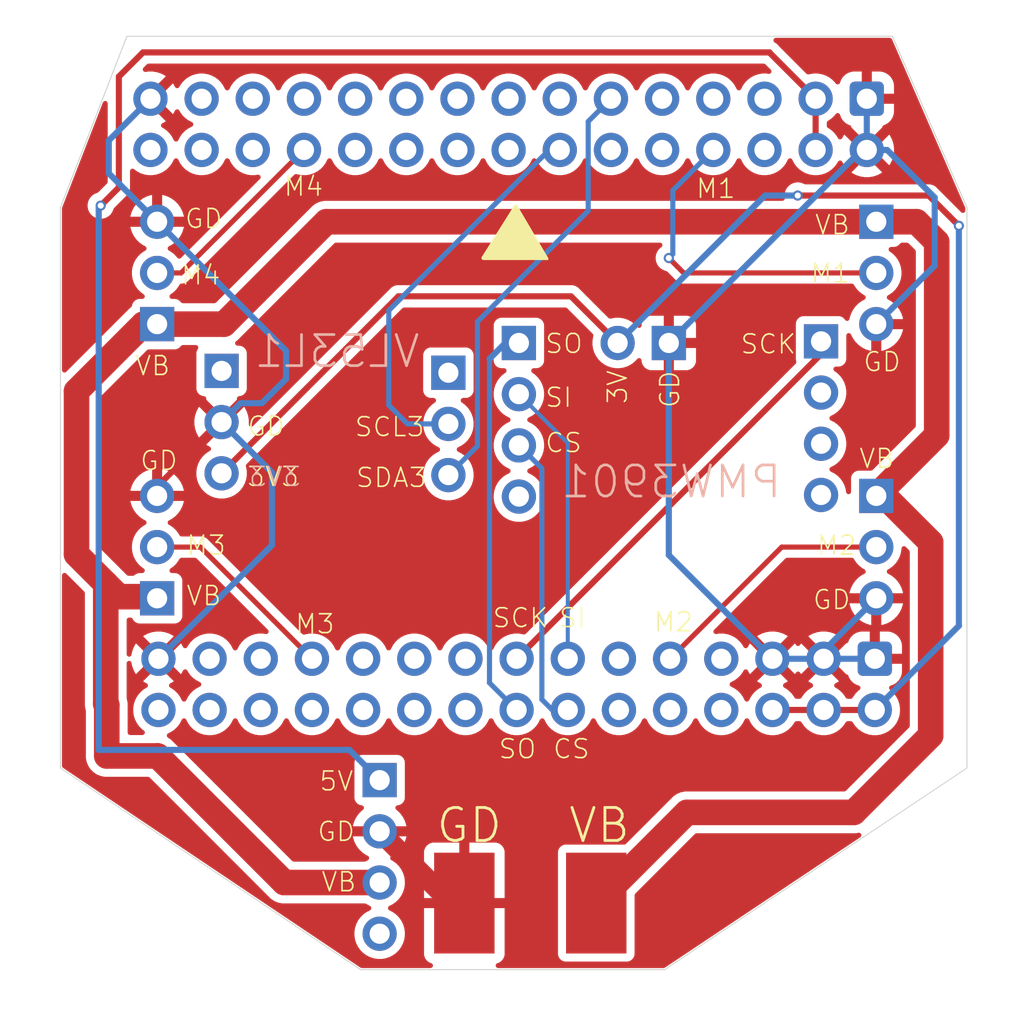
<source format=kicad_pcb>
(kicad_pcb (version 20241229) (generator "pcbnew") (generator_version "9.0")
  (layers (0 "F.Cu" signal) (2 "B.Cu" signal) (13 "F.Paste" user) (15 "B.Paste" user) (5 "F.SilkS" user "F.Silkscreen") (7 "B.SilkS" user "B.Silkscreen") (1 "F.Mask" user) (3 "B.Mask" user) (25 "Edge.Cuts" user))
  (net 0 "")
  (net 1 "/VBAT")
  (net 2 "/GND")
  (net 3 "/M1")
  (net 4 "/M2")
  (net 5 "/M4")
  (net 6 "/M3")
  (net 7 "/3V3")
  (net 8 "/5V")
  (net 9 "/SCK")
  (net 10 "/MISO")
  (net 11 "/MOSI")
  (net 12 "/CS")
  (net 27 "/SDA3")
  (net 28 "/SCL3")
  (footprint "Connector_Wire:SolderWirePad_1x01_SMD_5x10mm" (layer "F.Cu") (at 160.6 108)
    (property "Reference" "VB_PAD1" (hide yes))
    (property "Value" "Conn_01x01")
    (pad "1" smd rect (at 0 5.7) (size 3 5) (layers "F.Cu" "F.Mask" "F.Paste") (net 1 "/VBAT"))
  )
  (footprint "Connector_PinHeader_2.54mm:PinHeader_1x03_P2.54mm_Vertical" (layer "F.Cu") (at 170.094208 95.970955 -45)
    (property "Reference" "VL53L1_L3" (hide yes))
    (property "Value" "Conn_01x03_Female" (hide yes))
    (pad "1" thru_hole rect (at 1.368136 -4.862594) (size 1.7 1.7) (drill 1) (layers "*.Cu" "*.Mask") (net 1 "/VBAT"))
    (pad "2" thru_hole circle (at 3.164188 -3.066543 315) (size 1.7 1.7) (drill 1) (layers "*.Cu" "*.Mask") (net 4 "/M2"))
    (pad "3" thru_hole circle (at 4.960239 -1.270492 315) (size 1.7 1.7) (drill 1) (layers "*.Cu" "*.Mask") (net 2 "/GND"))
  )
  (footprint "Connector_PinSocket_2.54mm:PinSocket_1x04_P2.54mm_Vertical" (layer "F.Cu") (at 156.759059 85.914033)
    (property "Reference" "PMW3901_R1" (hide yes))
    (property "Value" "Conn_01x04_Female" (hide yes))
    (pad "1" thru_hole rect (at 0 0) (size 1.7 1.7) (drill 1) (layers "*.Cu" "*.Mask") (net 10 "/MISO"))
    (pad "2" thru_hole oval (at 0 2.54) (size 1.7 1.7) (drill 1) (layers "*.Cu" "*.Mask") (net 11 "/MOSI"))
    (pad "3" thru_hole oval (at 0 5.08) (size 1.7 1.7) (drill 1) (layers "*.Cu" "*.Mask") (net 12 "/CS"))
    (pad "4" thru_hole oval (at 0 7.62) (size 1.7 1.7) (drill 1) (layers "*.Cu" "*.Mask"))
  )
  (footprint "Connector_PinHeader_2.54mm:PinHeader_1x03_P2.54mm_Vertical" (layer "F.Cu") (at 138.5 84.8 -45)
    (property "Reference" "VL53L1_L4" (hide yes))
    (property "Value" "Conn_01x03_Female" (hide yes))
    (pad "1" thru_hole rect (at 0.339411 -0.084853 270) (size 1.7 1.7) (drill 1) (layers "*.Cu" "*.Mask") (net 1 "/VBAT"))
    (pad "2" thru_hole circle (at -1.45664 -1.880904 315) (size 1.7 1.7) (drill 1) (layers "*.Cu" "*.Mask") (net 5 "/M4"))
    (pad "3" thru_hole circle (at -3.252691 -3.676955 315) (size 1.7 1.7) (drill 1) (layers "*.Cu" "*.Mask") (net 2 "/GND"))
  )
  (footprint "Connector_PinHeader_2.54mm:PinHeader_1x03_P2.54mm_Vertical" (layer "F.Cu") (at 142 87.3)
    (property "Reference" "VL53L1_R2" (hide yes))
    (property "Value" "Conn_01x03_Female" (hide yes))
    (pad "1" thru_hole rect (at 0 0) (size 1.7 1.7) (drill 1) (layers "*.Cu" "*.Mask"))
    (pad "2" thru_hole circle (at 0 2.54) (size 1.7 1.7) (drill 1) (layers "*.Cu" "*.Mask") (net 2 "/GND"))
    (pad "3" thru_hole circle (at 0 5.08) (size 1.7 1.7) (drill 1) (layers "*.Cu" "*.Mask") (net 7 "/3V3"))
  )
  (footprint "Connector_PinHeader_2.54mm:PinHeader_1x03_P2.54mm_Vertical" (layer "F.Cu") (at 142.775639 98.946265 -135)
    (property "Reference" "VL53L1_L5" (hide yes))
    (property "Value" "Conn_01x03_Female" (hide yes))
    (pad "1" thru_hole rect (at 2.552213 3.07019 270) (size 1.7 1.7) (drill 1) (layers "*.Cu" "*.Mask") (net 1 "/VBAT"))
    (pad "2" thru_hole circle (at 0.756162 4.866241 225) (size 1.7 1.7) (drill 1) (layers "*.Cu" "*.Mask") (net 6 "/M3"))
    (pad "3" thru_hole circle (at -1.03989 6.662292 225) (size 1.7 1.7) (drill 1) (layers "*.Cu" "*.Mask") (net 2 "/GND"))
  )
  (footprint "Connector_PinHeader_2.54mm:PinHeader_1x02_P2.54mm_Vertical" (layer "F.Cu") (at 164.201728 86.840932 -90)
    (property "Reference" "PMW3901_PWR1" (hide yes))
    (property "Value" "Conn_01x02_Female" (hide yes))
    (pad "1" thru_hole rect (at -0.926899 0 270) (size 1.7 1.7) (drill 1) (layers "*.Cu" "*.Mask") (net 2 "/GND"))
    (pad "2" thru_hole oval (at -0.926899 2.54 270) (size 1.7 1.7) (drill 1) (layers "*.Cu" "*.Mask") (net 7 "/3V3"))
  )
  (footprint "Connector_Wire:SolderWirePad_1x01_SMD_5x10mm" (layer "F.Cu") (at 154.05 108)
    (property "Reference" "GND_PAD1" (hide yes))
    (property "Value" "Conn_01x01")
    (pad "1" smd rect (at 0 5.7) (size 3 5) (layers "F.Cu" "F.Mask" "F.Paste") (net 2 "/GND"))
  )
  (footprint "Connector_IDC:IDC-Header_2x15_P2.54mm_Vertical" (layer "F.Cu") (at 174.0293 73.798577 -90)
    (property "Reference" "J1" (hide yes))
    (property "Value" "Conn_01x15_MountingPin" (hide yes))
    (pad "1" thru_hole roundrect (at 0 0 270) (size 1.7 1.7) (drill 1) (layers "*.Cu" "*.Mask") (roundrect_rratio 0.147059) (net 2 "/GND"))
    (pad "2" thru_hole circle (at 2.54 0 270) (size 1.7 1.7) (drill 1) (layers "*.Cu" "*.Mask") (net 2 "/GND"))
    (pad "3" thru_hole circle (at 0 2.54 270) (size 1.7 1.7) (drill 1) (layers "*.Cu" "*.Mask") (net 8 "/5V"))
    (pad "4" thru_hole circle (at 2.54 2.54 270) (size 1.7 1.7) (drill 1) (layers "*.Cu" "*.Mask") (net 8 "/5V"))
    (pad "5" thru_hole circle (at 0 5.08 270) (size 1.7 1.7) (drill 1) (layers "*.Cu" "*.Mask"))
    (pad "6" thru_hole circle (at 2.54 5.08 270) (size 1.7 1.7) (drill 1) (layers "*.Cu" "*.Mask"))
    (pad "7" thru_hole circle (at 0 7.62 270) (size 1.7 1.7) (drill 1) (layers "*.Cu" "*.Mask"))
    (pad "8" thru_hole circle (at 2.54 7.62 270) (size 1.7 1.7) (drill 1) (layers "*.Cu" "*.Mask") (net 3 "/M1"))
    (pad "9" thru_hole circle (at 0 10.16 270) (size 1.7 1.7) (drill 1) (layers "*.Cu" "*.Mask"))
    (pad "10" thru_hole circle (at 2.54 10.16 270) (size 1.7 1.7) (drill 1) (layers "*.Cu" "*.Mask"))
    (pad "11" thru_hole circle (at 0 12.7 270) (size 1.7 1.7) (drill 1) (layers "*.Cu" "*.Mask") (net 27 "/SDA3"))
    (pad "12" thru_hole circle (at 2.54 12.7 270) (size 1.7 1.7) (drill 1) (layers "*.Cu" "*.Mask"))
    (pad "13" thru_hole circle (at 0 15.24 270) (size 1.7 1.7) (drill 1) (layers "*.Cu" "*.Mask"))
    (pad "14" thru_hole circle (at 2.54 15.24 270) (size 1.7 1.7) (drill 1) (layers "*.Cu" "*.Mask") (net 28 "/SCL3"))
    (pad "15" thru_hole circle (at 0 17.78 270) (size 1.7 1.7) (drill 1) (layers "*.Cu" "*.Mask"))
    (pad "16" thru_hole circle (at 2.54 17.78 270) (size 1.7 1.7) (drill 1) (layers "*.Cu" "*.Mask"))
    (pad "17" thru_hole circle (at 0 20.32 270) (size 1.7 1.7) (drill 1) (layers "*.Cu" "*.Mask"))
    (pad "18" thru_hole circle (at 2.54 20.32 270) (size 1.7 1.7) (drill 1) (layers "*.Cu" "*.Mask"))
    (pad "19" thru_hole circle (at 0 22.86 270) (size 1.7 1.7) (drill 1) (layers "*.Cu" "*.Mask"))
    (pad "20" thru_hole circle (at 2.54 22.86 270) (size 1.7 1.7) (drill 1) (layers "*.Cu" "*.Mask"))
    (pad "21" thru_hole circle (at 0 25.4 270) (size 1.7 1.7) (drill 1) (layers "*.Cu" "*.Mask"))
    (pad "22" thru_hole circle (at 2.54 25.4 270) (size 1.7 1.7) (drill 1) (layers "*.Cu" "*.Mask"))
    (pad "23" thru_hole circle (at 0 27.94 270) (size 1.7 1.7) (drill 1) (layers "*.Cu" "*.Mask"))
    (pad "24" thru_hole circle (at 2.54 27.94 270) (size 1.7 1.7) (drill 1) (layers "*.Cu" "*.Mask") (net 5 "/M4"))
    (pad "25" thru_hole circle (at 0 30.48 270) (size 1.7 1.7) (drill 1) (layers "*.Cu" "*.Mask"))
    (pad "26" thru_hole circle (at 2.54 30.48 270) (size 1.7 1.7) (drill 1) (layers "*.Cu" "*.Mask"))
    (pad "27" thru_hole circle (at 0 33.02 270) (size 1.7 1.7) (drill 1) (layers "*.Cu" "*.Mask"))
    (pad "28" thru_hole circle (at 2.54 33.02 270) (size 1.7 1.7) (drill 1) (layers "*.Cu" "*.Mask"))
    (pad "29" thru_hole circle (at 0 35.56 270) (size 1.7 1.7) (drill 1) (layers "*.Cu" "*.Mask") (net 2 "/GND"))
    (pad "30" thru_hole circle (at 2.54 35.56 270) (size 1.7 1.7) (drill 1) (layers "*.Cu" "*.Mask"))
  )
  (footprint "Connector_PinHeader_2.54mm:PinHeader_1x03_P2.54mm_Vertical" (layer "F.Cu") (at 168.420628 79.590219 45)
    (property "Reference" "VL53L1_L2" (hide yes))
    (property "Value" "Conn_01x03_Female" (hide yes))
    (pad "1" thru_hole rect (at 4.079717 4.517813) (size 1.7 1.7) (drill 1) (layers "*.Cu" "*.Mask") (net 1 "/VBAT"))
    (pad "2" thru_hole circle (at 2.283666 6.313865 45) (size 1.7 1.7) (drill 1) (layers "*.Cu" "*.Mask") (net 3 "/M1"))
    (pad "3" thru_hole circle (at 0.487614 8.109916 45) (size 1.7 1.7) (drill 1) (layers "*.Cu" "*.Mask") (net 2 "/GND"))
  )
  (footprint "Connector_PinSocket_2.54mm:PinSocket_1x04_P2.54mm_Vertical" (layer "F.Cu") (at 149.84652 107.6)
    (property "Reference" "REG1" (hide yes))
    (property "Value" "Conn_01x04_Female" (hide yes))
    (pad "1" thru_hole rect (at 0 0) (size 1.7 1.7) (drill 1) (layers "*.Cu" "*.Mask") (net 8 "/5V"))
    (pad "2" thru_hole oval (at 0 2.54) (size 1.7 1.7) (drill 1) (layers "*.Cu" "*.Mask") (net 2 "/GND"))
    (pad "3" thru_hole oval (at 0 5.08) (size 1.7 1.7) (drill 1) (layers "*.Cu" "*.Mask") (net 1 "/VBAT"))
    (pad "4" thru_hole oval (at 0 7.62) (size 1.7 1.7) (drill 1) (layers "*.Cu" "*.Mask"))
  )
  (footprint "Connector_IDC:IDC-Header_2x15_P2.54mm_Vertical" (layer "F.Cu") (at 174.426179 101.58 -90)
    (property "Reference" "J2" (hide yes))
    (property "Value" "Conn_01x15_MountingPin" (hide yes))
    (pad "1" thru_hole roundrect (at 0 0 270) (size 1.7 1.7) (drill 1) (layers "*.Cu" "*.Mask") (roundrect_rratio 0.147059) (net 2 "/GND"))
    (pad "2" thru_hole circle (at 2.54 0 270) (size 1.7 1.7) (drill 1) (layers "*.Cu" "*.Mask") (net 7 "/3V3"))
    (pad "3" thru_hole circle (at 0 2.54 270) (size 1.7 1.7) (drill 1) (layers "*.Cu" "*.Mask") (net 2 "/GND"))
    (pad "4" thru_hole circle (at 2.54 2.54 270) (size 1.7 1.7) (drill 1) (layers "*.Cu" "*.Mask") (net 7 "/3V3"))
    (pad "5" thru_hole circle (at 0 5.08 270) (size 1.7 1.7) (drill 1) (layers "*.Cu" "*.Mask") (net 2 "/GND"))
    (pad "6" thru_hole circle (at 2.54 5.08 270) (size 1.7 1.7) (drill 1) (layers "*.Cu" "*.Mask") (net 7 "/3V3"))
    (pad "7" thru_hole circle (at 0 7.62 270) (size 1.7 1.7) (drill 1) (layers "*.Cu" "*.Mask"))
    (pad "8" thru_hole circle (at 2.54 7.62 270) (size 1.7 1.7) (drill 1) (layers "*.Cu" "*.Mask"))
    (pad "9" thru_hole circle (at 0 10.16 270) (size 1.7 1.7) (drill 1) (layers "*.Cu" "*.Mask") (net 4 "/M2"))
    (pad "10" thru_hole circle (at 2.54 10.16 270) (size 1.7 1.7) (drill 1) (layers "*.Cu" "*.Mask"))
    (pad "11" thru_hole circle (at 0 12.7 270) (size 1.7 1.7) (drill 1) (layers "*.Cu" "*.Mask"))
    (pad "12" thru_hole circle (at 2.54 12.7 270) (size 1.7 1.7) (drill 1) (layers "*.Cu" "*.Mask"))
    (pad "13" thru_hole circle (at 0 15.24 270) (size 1.7 1.7) (drill 1) (layers "*.Cu" "*.Mask") (net 11 "/MOSI"))
    (pad "14" thru_hole circle (at 2.54 15.24 270) (size 1.7 1.7) (drill 1) (layers "*.Cu" "*.Mask") (net 12 "/CS"))
    (pad "15" thru_hole circle (at 0 17.78 270) (size 1.7 1.7) (drill 1) (layers "*.Cu" "*.Mask") (net 9 "/SCK"))
    (pad "16" thru_hole circle (at 2.54 17.78 270) (size 1.7 1.7) (drill 1) (layers "*.Cu" "*.Mask") (net 10 "/MISO"))
    (pad "17" thru_hole circle (at 0 20.32 270) (size 1.7 1.7) (drill 1) (layers "*.Cu" "*.Mask"))
    (pad "18" thru_hole circle (at 2.54 20.32 270) (size 1.7 1.7) (drill 1) (layers "*.Cu" "*.Mask"))
    (pad "19" thru_hole circle (at 0 22.86 270) (size 1.7 1.7) (drill 1) (layers "*.Cu" "*.Mask"))
    (pad "20" thru_hole circle (at 2.54 22.86 270) (size 1.7 1.7) (drill 1) (layers "*.Cu" "*.Mask"))
    (pad "21" thru_hole circle (at 0 25.4 270) (size 1.7 1.7) (drill 1) (layers "*.Cu" "*.Mask"))
    (pad "22" thru_hole circle (at 2.54 25.4 270) (size 1.7 1.7) (drill 1) (layers "*.Cu" "*.Mask"))
    (pad "23" thru_hole circle (at 0 27.94 270) (size 1.7 1.7) (drill 1) (layers "*.Cu" "*.Mask") (net 6 "/M3"))
    (pad "24" thru_hole circle (at 2.54 27.94 270) (size 1.7 1.7) (drill 1) (layers "*.Cu" "*.Mask"))
    (pad "25" thru_hole circle (at 0 30.48 270) (size 1.7 1.7) (drill 1) (layers "*.Cu" "*.Mask"))
    (pad "26" thru_hole circle (at 2.54 30.48 270) (size 1.7 1.7) (drill 1) (layers "*.Cu" "*.Mask"))
    (pad "27" thru_hole circle (at 0 33.02 270) (size 1.7 1.7) (drill 1) (layers "*.Cu" "*.Mask"))
    (pad "28" thru_hole circle (at 2.54 33.02 270) (size 1.7 1.7) (drill 1) (layers "*.Cu" "*.Mask"))
    (pad "29" thru_hole circle (at 0 35.56 270) (size 1.7 1.7) (drill 1) (layers "*.Cu" "*.Mask") (net 2 "/GND"))
    (pad "30" thru_hole circle (at 2.54 35.56 270) (size 1.7 1.7) (drill 1) (layers "*.Cu" "*.Mask"))
  )
  (footprint "Connector_PinSocket_2.54mm:PinSocket_1x04_P2.54mm_Vertical" (layer "F.Cu") (at 171.759059 85.834033)
    (property "Reference" "PMW3901_L1" (hide yes))
    (property "Value" "Conn_01x04_Female" (hide yes))
    (pad "1" thru_hole rect (at 0 0) (size 1.7 1.7) (drill 1) (layers "*.Cu" "*.Mask") (net 9 "/SCK"))
    (pad "2" thru_hole oval (at 0 2.54) (size 1.7 1.7) (drill 1) (layers "*.Cu" "*.Mask"))
    (pad "3" thru_hole oval (at 0 5.08) (size 1.7 1.7) (drill 1) (layers "*.Cu" "*.Mask"))
    (pad "4" thru_hole oval (at 0 7.62) (size 1.7 1.7) (drill 1) (layers "*.Cu" "*.Mask"))
  )
  (footprint "Connector_PinHeader_2.54mm:PinHeader_1x03_P2.54mm_Vertical" (layer "F.Cu") (at 153.259059 87.389033)
    (property "Reference" "VL53L1_R1" (hide yes))
    (property "Value" "Conn_01x03_Female" (hide yes))
    (pad "1" thru_hole rect (at 0 0) (size 1.7 1.7) (drill 1) (layers "*.Cu" "*.Mask"))
    (pad "2" thru_hole oval (at 0 2.54) (size 1.7 1.7) (drill 1) (layers "*.Cu" "*.Mask") (net 28 "/SCL3"))
    (pad "3" thru_hole oval (at 0 5.08) (size 1.7 1.7) (drill 1) (layers "*.Cu" "*.Mask") (net 27 "/SDA3"))
  )
  (gr_poly (pts (xy 156.6023 79.157578) (xy 155 81.7) (xy 158.099935 81.7)) (stroke (width 0.2)) (fill yes) (layer "F.SilkS"))
  (gr_line (start 137.3 70.7) (end 175.3 70.7) (stroke (width 0.05)) (layer "Edge.Cuts"))
  (gr_line (start 179 79.2) (end 179 107) (stroke (width 0.05)) (layer "Edge.Cuts"))
  (gr_line (start 175.3 70.7) (end 179 79.2) (stroke (width 0.05)) (layer "Edge.Cuts"))
  (gr_line (start 148.9 117) (end 164 117) (stroke (width 0.05)) (layer "Edge.Cuts"))
  (gr_line (start 137.3 70.7) (end 134 79.2) (stroke (width 0.05)) (layer "Edge.Cuts"))
  (gr_line (start 134 107) (end 148.9 117) (stroke (width 0.05)) (layer "Edge.Cuts"))
  (gr_line (start 179 107) (end 164 117) (stroke (width 0.05)) (layer "Edge.Cuts"))
  (gr_line (start 134 79.2) (end 134 107) (stroke (width 0.05)) (layer "Edge.Cuts"))
  (gr_text "" (at 146.257571 95.709049 0) (layer "F.Cu") (effects (font (size 0.93472 0.93472) (thickness 0.08128)) (justify left bottom)))
  (gr_text "3V" (at 162.2 89 90) (layer "F.SilkS") (effects (font (size 0.93472 0.93472) (thickness 0.08128)) (justify left bottom)))
  (gr_text "M3" (at 145.6 100.4 0) (layer "F.SilkS") (effects (font (size 0.93472 0.93472) (thickness 0.08128)) (justify left bottom)))
  (gr_text "SI" (at 158.009059 89.164033 0) (layer "F.SilkS") (effects (font (size 0.93472 0.93472) (thickness 0.08128)) (justify left bottom)))
  (gr_text "M2" (at 171.5 96.5 0) (layer "F.SilkS") (effects (font (size 0.93472 0.93472) (thickness 0.08128)) (justify left bottom)))
  (gr_text "GD" (at 171.3 99.2 0) (layer "F.SilkS") (effects (font (size 0.93472 0.93472) (thickness 0.08128)) (justify left bottom)))
  (gr_text "CS" (at 158.4 106.6 0) (layer "F.SilkS") (effects (font (size 0.93472 0.93472) (thickness 0.08128)) (justify left bottom)))
  (gr_text "SO" (at 158.009059 86.493652 0) (layer "F.SilkS") (effects (font (size 0.93472 0.93472) (thickness 0.08128)) (justify left bottom)))
  (gr_text "M2" (at 163.4 100.3 0) (layer "F.SilkS") (effects (font (size 0.93472 0.93472) (thickness 0.08128)) (justify left bottom)))
  (gr_text "5V" (at 146.8 108.2 0) (layer "F.SilkS") (effects (font (size 0.93472 0.93472) (thickness 0.08128)) (justify left bottom)))
  (gr_text "VB" (at 171.4 80.6 0) (layer "F.SilkS") (effects (font (size 0.93472 0.93472) (thickness 0.08128)) (justify left bottom)))
  (gr_text "M3" (at 140.2 96.5 0) (layer "F.SilkS") (effects (font (size 0.93472 0.93472) (thickness 0.08128)) (justify left bottom)))
  (gr_text "GD" (at 145.2 89.5 0) (layer "F.SilkS") (effects (font (size 0.93472 0.93472) (thickness 0.08128)) (justify right top)))
  (gr_text "M1" (at 171.186795 83 0) (layer "F.SilkS") (effects (font (size 0.93472 0.93472) (thickness 0.08128)) (justify left bottom)))
  (gr_text "SCK" (at 167.706572 86.517362 0) (layer "F.SilkS") (effects (font (size 0.93472 0.93472) (thickness 0.08128)) (justify left bottom)))
  (gr_text "GD" (at 164.8 89.2 90) (layer "F.SilkS") (effects (font (size 0.93472 0.93472) (thickness 0.08128)) (justify left bottom)))
  (gr_text "SI" (at 158.7 100.1 0) (layer "F.SilkS") (effects (font (size 0.93472 0.93472) (thickness 0.08128)) (justify left bottom)))
  (gr_text "SO" (at 155.7 106.6 0) (layer "F.SilkS") (effects (font (size 0.93472 0.93472) (thickness 0.08128)) (justify left bottom)))
  (gr_text "SDA3" (at 148.614251 93.141148 0) (layer "F.SilkS") (effects (font (size 0.93472 0.93472) (thickness 0.08128)) (justify left bottom)))
  (gr_text "3V3" (at 145.9 92 0) (layer "F.SilkS") (effects (font (size 0.93472 0.93472) (thickness 0.08128)) (justify right top)))
  (gr_text "VB" (at 139.5 86.5 0) (layer "F.SilkS") (effects (font (size 0.93472 0.93472) (thickness 0.08128)) (justify right top)))
  (gr_text "GD" (at 146.7 110.7 0) (layer "F.SilkS") (effects (font (size 0.93472 0.93472) (thickness 0.08128)) (justify left bottom)))
  (gr_text "M4" (at 147.1 77.6 0) (layer "F.SilkS") (effects (font (size 0.93472 0.93472) (thickness 0.08128)) (justify right top)))
  (gr_text "M4" (at 142 82 0) (layer "F.SilkS") (effects (font (size 0.93472 0.93472) (thickness 0.08128)) (justify right top)))
  (gr_text "SCK" (at 155.4 100.1 0) (layer "F.SilkS") (effects (font (size 0.93472 0.93472) (thickness 0.08128)) (justify left bottom)))
  (gr_text "VB" (at 173.6 92.2 0) (layer "F.SilkS") (effects (font (size 0.93472 0.93472) (thickness 0.08128)) (justify left bottom)))
  (gr_text "GD" (at 142.1 79.2 0) (layer "F.SilkS") (effects (font (size 0.93472 0.93472) (thickness 0.08128)) (justify right top)))
  (gr_text "VB" (at 159.143874 110.8 0) (layer "F.SilkS") (effects (font (size 1.63576 1.63576) (thickness 0.14224)) (justify left bottom)))
  (gr_text "GD" (at 152.564692 110.8 0) (layer "F.SilkS") (effects (font (size 1.63576 1.63576) (thickness 0.14224)) (justify left bottom)))
  (gr_text "CS" (at 158.009059 91.414033 0) (layer "F.SilkS") (effects (font (size 0.93472 0.93472) (thickness 0.08128)) (justify left bottom)))
  (gr_text "VB" (at 140.2 99 0) (layer "F.SilkS") (effects (font (size 0.93472 0.93472) (thickness 0.08128)) (justify left bottom)))
  (gr_text "GD" (at 173.8 87.4 0) (layer "F.SilkS") (effects (font (size 0.93472 0.93472) (thickness 0.08128)) (justify left bottom)))
  (gr_text "M1" (at 165.5 78.8 0) (layer "F.SilkS") (effects (font (size 0.93472 0.93472) (thickness 0.08128)) (justify left bottom)))
  (gr_text "GD" (at 137.9 92.3 0) (layer "F.SilkS") (effects (font (size 0.93472 0.93472) (thickness 0.08128)) (justify left bottom)))
  (gr_text "VB" (at 146.9 113.2 0) (layer "F.SilkS") (effects (font (size 0.93472 0.93472) (thickness 0.08128)) (justify left bottom)))
  (gr_text "SCL3\n" (at 148.554325 90.624269 0) (layer "F.SilkS") (effects (font (size 0.93472 0.93472) (thickness 0.08128)) (justify left bottom)))
  (gr_text "3V3" (at 143.3 92 0) (layer "B.SilkS") (effects (font (size 0.93472 0.93472) (thickness 0.08128)) (justify right top mirror)))
  (gr_text "PMW3901" (at 169.883431 93.702414 0) (layer "B.SilkS") (effects (font (size 1.542288 1.542288) (thickness 0.134112)) (justify left bottom mirror)))
  (gr_text "VL53L1" (at 151.930409 87.232769 0) (layer "B.SilkS") (effects (font (size 1.542288 1.542288) (thickness 0.134112)) (justify left bottom mirror)))
  (segment (start 136.25 97.85) (end 136.25 103.820869) (width 1.27) (layer "F.Cu") (net 1))
  (segment (start 136.25 97.85) (end 136.7 98.3) (width 1.27) (layer "F.Cu") (net 1))
  (segment (start 136.3 103.870869) (end 136.3 106.4) (width 1.27) (layer "F.Cu") (net 1))
  (segment (start 136.7 98.3) (end 136.7 98.5) (width 1.27) (layer "F.Cu") (net 1))
  (segment (start 136.3 106.4) (end 138.829131 106.4) (width 1.27) (layer "F.Cu") (net 1))
  (segment (start 147.2 79.9) (end 142.12 84.98) (width 1.27) (layer "F.Cu") (net 1))
  (segment (start 173.386427 109.2) (end 177.2 105.386427) (width 1.27) (layer "F.Cu") (net 1))
  (segment (start 134.8 88.3) (end 134.8 96.4) (width 1.27) (layer "F.Cu") (net 1))
  (segment (start 165.1 109.2) (end 160.6 113.7) (width 1.27) (layer "F.Cu") (net 1))
  (segment (start 177.2 95.8) (end 177.2 105.386427) (width 1.27) (layer "F.Cu") (net 1))
  (segment (start 174.5 79.9) (end 147.2 79.9) (width 1.27) (layer "F.Cu") (net 1))
  (segment (start 176.5 79.9) (end 177.5 80.9) (width 1.27) (layer "F.Cu") (net 1))
  (segment (start 142.12 84.98) (end 138.8 84.98) (width 1.27) (layer "F.Cu") (net 1))
  (segment (start 138.12 84.98) (end 134.8 88.3) (width 1.27) (layer "F.Cu") (net 1))
  (segment (start 177.5 90.499999) (end 174.499999 93.5) (width 1.27) (layer "F.Cu") (net 1))
  (segment (start 138.72 98.5) (end 138.8 98.58) (width 1.27) (layer "F.Cu") (net 1))
  (segment (start 134.8 96.4) (end 136.25 97.85) (width 1.27) (layer "F.Cu") (net 1))
  (segment (start 136.7 98.5) (end 138.72 98.5) (width 1.27) (layer "F.Cu") (net 1))
  (segment (start 174.499999 93.5) (end 174.9 93.5) (width 1.27) (layer "F.Cu") (net 1))
  (segment (start 174.5 79.9) (end 176.5 79.9) (width 1.27) (layer "F.Cu") (net 1))
  (segment (start 138.8 84.98) (end 138.12 84.98) (width 1.27) (layer "F.Cu") (net 1))
  (segment (start 136.25 103.820869) (end 136.3 103.870869) (width 1.27) (layer "F.Cu") (net 1))
  (segment (start 165.1 109.2) (end 173.386427 109.2) (width 1.27) (layer "F.Cu") (net 1))
  (segment (start 145.109131 112.68) (end 149.84652 112.68) (width 1.27) (layer "F.Cu") (net 1))
  (segment (start 174.9 93.5) (end 177.2 95.8) (width 1.27) (layer "F.Cu") (net 1))
  (segment (start 177.5 80.9) (end 177.5 90.499999) (width 1.27) (layer "F.Cu") (net 1))
  (segment (start 138.829131 106.4) (end 145.109131 112.68) (width 1.27) (layer "F.Cu") (net 1))
  (segment (start 142 89.84) (end 138.8 93.04) (width 0.3048) (layer "F.Cu") (net 2))
  (segment (start 138.8 93.04) (end 138.8 93.5) (width 0.3048) (layer "F.Cu") (net 2))
  (segment (start 149.84652 110.14) (end 153.40652 113.7) (width 1) (layer "F.Cu") (net 2))
  (segment (start 153.40652 113.7) (end 154.05 113.7) (width 0.3048) (layer "F.Cu") (net 2))
  (segment (start 177.4 82.08) (end 177.4 78.7) (width 0.3048) (layer "B.Cu") (net 2))
  (segment (start 169.346179 101.58) (end 171.886179 101.58) (width 0.3048) (layer "B.Cu") (net 2))
  (segment (start 136.4 75.867877) (end 136.4 77.5) (width 0.3048) (layer "B.Cu") (net 2))
  (segment (start 171.886179 101.193821) (end 171.886179 101.58) (width 0.3048) (layer "B.Cu") (net 2))
  (segment (start 142.94 88.9) (end 142 89.84) (width 0.3048) (layer "B.Cu") (net 2))
  (segment (start 174.5 98.58) (end 171.886179 101.193821) (width 0.3048) (layer "B.Cu") (net 2))
  (segment (start 145.2 87.7) (end 144 88.9) (width 0.3048) (layer "B.Cu") (net 2))
  (segment (start 177.4 78.7) (end 175.038577 76.338577) (width 0.3048) (layer "B.Cu") (net 2))
  (segment (start 164.201728 96.435549) (end 169.346179 101.58) (width 0.3048) (layer "B.Cu") (net 2))
  (segment (start 174.5 84.98) (end 177.4 82.08) (width 0.3048) (layer "B.Cu") (net 2))
  (segment (start 138.4693 73.798577) (end 136.4 75.867877) (width 0.3048) (layer "B.Cu") (net 2))
  (segment (start 171.886179 101.58) (end 174.426179 101.58) (width 0.3048) (layer "B.Cu") (net 2))
  (segment (start 144 88.9) (end 142.94 88.9) (width 0.3048) (layer "B.Cu") (net 2))
  (segment (start 175.038577 76.338577) (end 174.0293 76.338577) (width 0.3048) (layer "B.Cu") (net 2))
  (segment (start 138.8 79.9) (end 145.2 86.3) (width 0.3048) (layer "B.Cu") (net 2))
  (segment (start 164.201728 85.914033) (end 164.201728 96.435549) (width 0.3048) (layer "B.Cu") (net 2))
  (segment (start 144.5 92.34) (end 144.5 95.946179) (width 0.3048) (layer "B.Cu") (net 2))
  (segment (start 174.0293 73.798577) (end 174.0293 76.086461) (width 0.3048) (layer "B.Cu") (net 2))
  (segment (start 136.4 77.5) (end 138.8 79.9) (width 0.3048) (layer "B.Cu") (net 2))
  (segment (start 145.2 86.3) (end 145.2 87.7) (width 0.3048) (layer "B.Cu") (net 2))
  (segment (start 142 89.84) (end 144.5 92.34) (width 0.3048) (layer "B.Cu") (net 2))
  (segment (start 144.5 95.946179) (end 138.866179 101.58) (width 0.3048) (layer "B.Cu") (net 2))
  (segment (start 174.0293 76.086461) (end 164.201728 85.914033) (width 0.3048) (layer "B.Cu") (net 2))
  (segment (start 174.5 82.44) (end 164.94 82.44) (width 0.254) (layer "F.Cu") (net 3))
  (segment (start 164.94 82.44) (end 164.2 81.7) (width 0.254) (layer "F.Cu") (net 3))
  (via (at 164.2 81.7) (size 0.5) (drill 0.3) (layers "F.Cu" "B.Cu") (net 3))
  (segment (start 164.2 81.7) (end 164.4 81.5) (width 0.254) (layer "B.Cu") (net 3))
  (segment (start 164.4 81.5) (end 164.4 78.347877) (width 0.254) (layer "B.Cu") (net 3))
  (segment (start 164.4 78.347877) (end 166.4093 76.338577) (width 0.254) (layer "B.Cu") (net 3))
  (segment (start 169.806179 96.04) (end 164.266179 101.58) (width 0.254) (layer "F.Cu") (net 4))
  (segment (start 174.5 96.04) (end 169.806179 96.04) (width 0.254) (layer "F.Cu") (net 4))
  (segment (start 146.0893 76.338577) (end 139.987877 82.44) (width 0.254) (layer "F.Cu") (net 5))
  (segment (start 139.987877 82.44) (end 138.8 82.44) (width 0.254) (layer "F.Cu") (net 5))
  (segment (start 140.946179 96.04) (end 146.486179 101.58) (width 0.254) (layer "F.Cu") (net 6))
  (segment (start 138.8 96.04) (end 140.946179 96.04) (width 0.254) (layer "F.Cu") (net 6))
  (segment (start 169.346179 104.12) (end 171.886179 104.12) (width 0.3048) (layer "F.Cu") (net 7))
  (segment (start 177.1 78.6) (end 178.6 80.1) (width 0.3048) (layer "F.Cu") (net 7))
  (segment (start 142 92.38) (end 150.78 83.6) (width 0.3048) (layer "F.Cu") (net 7))
  (segment (start 150.78 83.6) (end 159.347695 83.6) (width 0.3048) (layer "F.Cu") (net 7))
  (segment (start 170.6 78.6) (end 177.1 78.6) (width 0.3048) (layer "F.Cu") (net 7))
  (segment (start 171.886179 104.12) (end 174.426179 104.12) (width 0.3048) (layer "F.Cu") (net 7))
  (segment (start 159.347695 83.6) (end 161.661728 85.914033) (width 0.3048) (layer "F.Cu") (net 7))
  (via (at 170.6 78.6) (size 0.5) (drill 0.3) (layers "F.Cu" "B.Cu") (net 7))
  (via (at 178.6 80.1) (size 0.5) (drill 0.3) (layers "F.Cu" "B.Cu") (net 7))
  (segment (start 178.6 80.1) (end 178.6 99.946179) (width 0.3048) (layer "B.Cu") (net 7))
  (segment (start 178.6 99.946179) (end 174.426179 104.12) (width 0.3048) (layer "B.Cu") (net 7))
  (segment (start 170 78.6) (end 170.6 78.6) (width 0.3048) (layer "B.Cu") (net 7))
  (segment (start 168.975761 78.6) (end 170 78.6) (width 0.3048) (layer "B.Cu") (net 7))
  (segment (start 161.661728 85.914033) (end 168.975761 78.6) (width 0.3048) (layer "B.Cu") (net 7))
  (segment (start 138.1 71.5) (end 169.2 71.5) (width 0.3048) (layer "F.Cu") (net 8))
  (segment (start 136.9 78.2) (end 136.9 72.7) (width 0.3048) (layer "F.Cu") (net 8))
  (segment (start 136.9 72.7) (end 138.1 71.5) (width 0.3048) (layer "F.Cu") (net 8))
  (segment (start 171.4893 73.798577) (end 171.4893 76.338577) (width 0.3048) (layer "F.Cu") (net 8))
  (segment (start 169.2 71.5) (end 169.2 71.509277) (width 0.3048) (layer "F.Cu") (net 8))
  (segment (start 136 79.1) (end 136.9 78.2) (width 0.3048) (layer "F.Cu") (net 8))
  (segment (start 169.2 71.509277) (end 171.4893 73.798577) (width 0.3048) (layer "F.Cu") (net 8))
  (via (at 136 79.1) (size 0.5) (drill 0.3) (layers "F.Cu" "B.Cu") (net 8))
  (segment (start 149.84652 107.6) (end 148.34652 106.1) (width 0.3048) (layer "B.Cu") (net 8))
  (segment (start 135.9 106.1) (end 135.9 79.1) (width 0.3048) (layer "B.Cu") (net 8))
  (segment (start 135.9 79.1) (end 136 79.1) (width 0.3048) (layer "B.Cu") (net 8))
  (segment (start 148.34652 106.1) (end 135.9 106.1) (width 0.3048) (layer "B.Cu") (net 8))
  (segment (start 156.646179 101.58) (end 171.759059 86.46712) (width 0.3048) (layer "F.Cu") (net 9))
  (segment (start 171.759059 86.46712) (end 171.759059 85.834033) (width 0.3048) (layer "F.Cu") (net 9))
  (segment (start 155.3 102.773821) (end 156.646179 104.12) (width 0.254) (layer "B.Cu") (net 10))
  (segment (start 156.085967 85.914033) (end 155.3 86.7) (width 0.3048) (layer "B.Cu") (net 10))
  (segment (start 156.759059 85.914033) (end 156.085967 85.914033) (width 0.3048) (layer "B.Cu") (net 10))
  (segment (start 155.3 86.7) (end 155.3 102.773821) (width 0.254) (layer "B.Cu") (net 10))
  (segment (start 156.716279 88.496813) (end 156.759059 88.454033) (width 0.2) (layer "B.Cu") (net 11))
  (segment (start 159.186179 90.881153) (end 159.186179 101.58) (width 0.2) (layer "B.Cu") (net 11))
  (segment (start 156.759059 88.454033) (end 159.186179 90.881153) (width 0.2) (layer "B.Cu") (net 11))
  (segment (start 158.42 104.12) (end 159.186179 104.12) (width 0.254) (layer "B.Cu") (net 12))
  (segment (start 157.9 92.134974) (end 157.9 103.6) (width 0.254) (layer "B.Cu") (net 12))
  (segment (start 157.9 103.6) (end 158.42 104.12) (width 0.254) (layer "B.Cu") (net 12))
  (segment (start 156.759059 90.994033) (end 157.9 92.134974) (width 0.254) (layer "B.Cu") (net 12))
  (segment (start 153.004059 92.469033) (end 153.259059 92.469033) (width 0.3048) (layer "F.Cu") (net 27))
  (segment (start 161.3293 73.798577) (end 160.1989 74.928977) (width 0.254) (layer "B.Cu") (net 27))
  (segment (start 154.7 91.028092) (end 153.259059 92.469033) (width 0.254) (layer "B.Cu") (net 27))
  (segment (start 160.1989 79.359733) (end 154.7 84.858633) (width 0.254) (layer "B.Cu") (net 27))
  (segment (start 154.7 84.858633) (end 154.7 91.028092) (width 0.254) (layer "B.Cu") (net 27))
  (segment (start 153.004059 92.469033) (end 153.259059 92.469033) (width 0.2) (layer "B.Cu") (net 27))
  (segment (start 160.1989 74.928977) (end 160.1989 79.359733) (width 0.254) (layer "B.Cu") (net 27))
  (segment (start 153.004059 89.929033) (end 153.259059 89.929033) (width 0.3048) (layer "F.Cu") (net 28))
  (segment (start 150.3 84.3) (end 150.3 89) (width 0.254) (layer "B.Cu") (net 28))
  (segment (start 158.261423 76.338577) (end 150.3 84.3) (width 0.254) (layer "B.Cu") (net 28))
  (segment (start 151.229033 89.929033) (end 153.259059 89.929033) (width 0.254) (layer "B.Cu") (net 28))
  (segment (start 150.3 89) (end 151.229033 89.929033) (width 0.254) (layer "B.Cu") (net 28))
  (segment (start 158.7893 76.338577) (end 158.261423 76.338577) (width 0.254) (layer "B.Cu") (net 28))
  (zone (net 2) (net_name "/GND") (layer "F.Cu") (connect_pads (clearance 0.4)) (min_thickness 0.25) (fill yes (thermal_gap 0.5) (thermal_bridge_width 0.5))
    (polygon (pts (xy 131.9 68.9) (xy 180.8 69) (xy 181.1 119.7) (xy 131 119.3) (xy 131.9 69.2)))
  )
)
</source>
